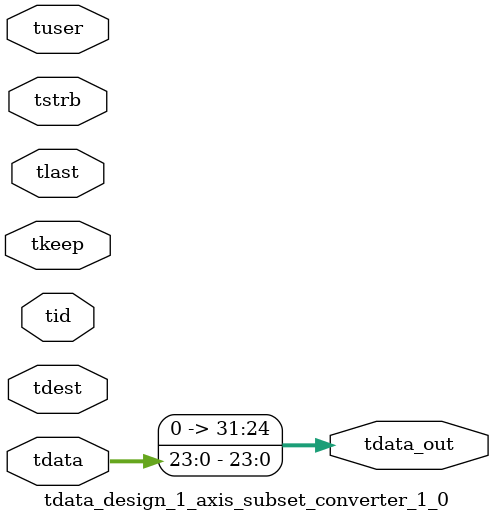
<source format=v>


`timescale 1ps/1ps

module tdata_design_1_axis_subset_converter_1_0 #
(
parameter C_S_AXIS_TDATA_WIDTH = 32,
parameter C_S_AXIS_TUSER_WIDTH = 0,
parameter C_S_AXIS_TID_WIDTH   = 0,
parameter C_S_AXIS_TDEST_WIDTH = 0,
parameter C_M_AXIS_TDATA_WIDTH = 32
)
(
input  [(C_S_AXIS_TDATA_WIDTH == 0 ? 1 : C_S_AXIS_TDATA_WIDTH)-1:0     ] tdata,
input  [(C_S_AXIS_TUSER_WIDTH == 0 ? 1 : C_S_AXIS_TUSER_WIDTH)-1:0     ] tuser,
input  [(C_S_AXIS_TID_WIDTH   == 0 ? 1 : C_S_AXIS_TID_WIDTH)-1:0       ] tid,
input  [(C_S_AXIS_TDEST_WIDTH == 0 ? 1 : C_S_AXIS_TDEST_WIDTH)-1:0     ] tdest,
input  [(C_S_AXIS_TDATA_WIDTH/8)-1:0 ] tkeep,
input  [(C_S_AXIS_TDATA_WIDTH/8)-1:0 ] tstrb,
input                                                                    tlast,
output [C_M_AXIS_TDATA_WIDTH-1:0] tdata_out
);

assign tdata_out = {tdata[23:16],tdata[15:8],tdata[7:0]};

endmodule


</source>
